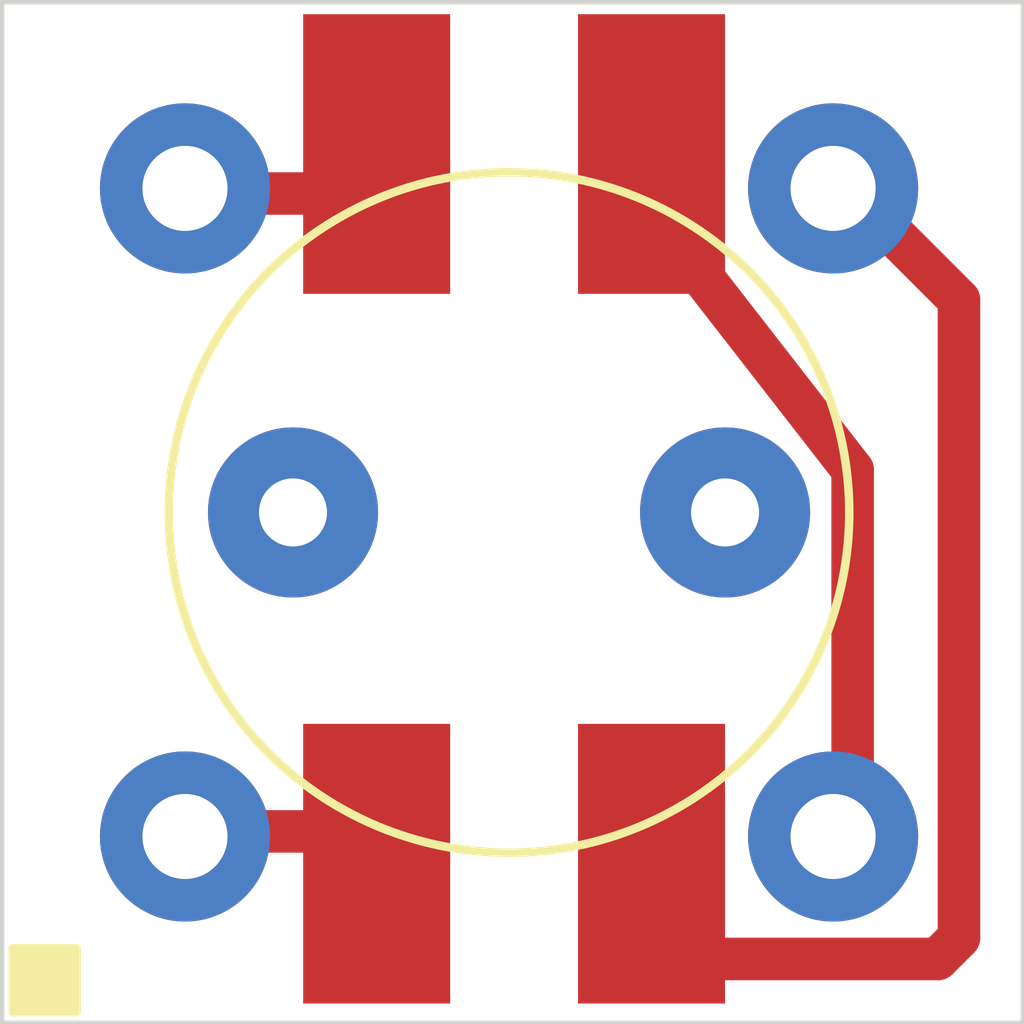
<source format=kicad_pcb>
(kicad_pcb (version 20241229) (generator "pcbnew") (generator_version "9.0")
  (layers (0 "F.Cu" signal) (2 "B.Cu" signal) (13 "F.Paste" user) (15 "B.Paste" user) (5 "F.SilkS" user "F.Silkscreen") (7 "B.SilkS" user "B.Silkscreen") (1 "F.Mask" user) (3 "B.Mask" user) (25 "Edge.Cuts" user))
  (net 0 "")
  (net 2 "unconnected-(T1-AA-Pad1)")
  (footprint "ZXSpectrum:Choke" (layer "F.Cu") (at 119.46 56.5)
    (property "Reference" "T1" (hide yes))
    (property "Value" "Coil" (hide yes))
    (fp_circle (center 0 0) (end 4 0) (stroke (width 0.1)) (fill no) (layer "F.SilkS"))
    (pad "1" thru_hole circle (at -3.81 3.81) (size 2 2) (drill 1) (layers "*.Cu" "*.Mask") (net 2 "unconnected-(T1-AA-Pad1)"))
    (pad "2" thru_hole circle (at -3.81 -3.81) (size 2 2) (drill 1) (layers "*.Cu" "*.Mask"))
    (pad "3" thru_hole circle (at 3.81 3.81) (size 2 2) (drill 1) (layers "*.Cu" "*.Mask"))
    (pad "4" thru_hole circle (at 3.81 -3.81) (size 2 2) (drill 1) (layers "*.Cu" "*.Mask"))
    (pad "7" thru_hole circle (at -2.54 0) (size 2 2) (drill 0.8) (layers "*.Cu" "B.Mask"))
    (pad "8" thru_hole circle (at 2.54 0) (size 2 2) (drill 0.8) (layers "*.Cu" "B.Mask"))
  )
  (footprint "coil:MSD1278-103MLD_COC" (layer "F.Cu") (at 121.25 60.75 180)
    (property "Reference" "REF**" (hide yes))
    (property "Value" "MSD1278-103MLD_COC" (hide yes))
    (fp_line (start 7.75 10.25) (end -4.25 10.25) (stroke (width 0.05)) (layer "Edge.Cuts"))
    (fp_line (start 7.75 -1.75) (end 7.75 10.25) (stroke (width 0.05)) (layer "Edge.Cuts"))
    (fp_line (start 1.75 -1.75) (end 7.75 -1.75) (stroke (width 0.05)) (layer "Edge.Cuts"))
    (fp_line (start -4.25 10.25) (end -4.25 -1.75) (stroke (width 0.05)) (layer "Edge.Cuts"))
    (fp_line (start -4.25 -1.75) (end 1.75 -1.75) (stroke (width 0.05)) (layer "Edge.Cuts"))
    (pad "1" smd rect (at 0.114879 0.120067 180) (size 1.72834 3.288134) (layers "F.Cu" "F.Mask" "F.Paste"))
    (pad "2" smd rect (at 3.346385 0.120067 180) (size 1.72834 3.288134) (layers "F.Cu" "F.Mask" "F.Paste"))
    (pad "3" smd rect (at 0.114879 8.463968 180) (size 1.72834 3.288134) (layers "F.Cu" "F.Mask" "F.Paste"))
    (pad "4" smd rect (at 3.346385 8.463968 180) (size 1.72834 3.288134) (layers "F.Cu" "F.Mask" "F.Paste"))
  )
  (gr_line (start 116.5 60.25) (end 117.25 60.25) (stroke (width 0.5)) (layer "F.Cu") (net 2))
  (gr_line (start 124.75 54) (end 124 53.25) (stroke (width 0.5)) (layer "F.Cu") (net 1))
  (gr_line (start 123.5 56) (end 123.5 59.5) (stroke (width 0.5)) (layer "F.Cu") (net 3))
  (gr_line (start 116.5 52.75) (end 117.25 52.75) (stroke (width 0.5)) (layer "F.Cu") (net 2))
  (gr_line (start 124.75 61.5) (end 124.5 61.75) (stroke (width 0.5)) (layer "F.Cu") (net 1))
  (gr_line (start 124.5 61.75) (end 121.75 61.75) (stroke (width 0.5)) (layer "F.Cu") (net 1))
  (gr_line (start 123.5 56) (end 121.75 53.75) (stroke (width 0.5)) (layer "F.Cu") (net 3))
  (gr_line (start 124.75 54) (end 124.75 61.5) (stroke (width 0.5)) (layer "F.Cu") (net 1))
  (gr_rect (start 113.625 61.625) (end 114.375 62.375) (stroke (width 0.1)) (fill yes) (layer "F.SilkS"))
  (gr_line (start 125.5 50.5) (end 113.5 50.5) (stroke (width 0.05)) (layer "Edge.Cuts"))
  (gr_line (start 113.5 62.5) (end 125.5 62.5) (stroke (width 0.05)) (layer "Edge.Cuts"))
  (gr_line (start 113.5 50.5) (end 113.5 62.5) (stroke (width 0.05)) (layer "Edge.Cuts"))
  (gr_line (start 125.5 62.5) (end 125.5 50.5) (stroke (width 0.05)) (layer "Edge.Cuts"))
  (segment (start 115.998804 52.341196) (end 115.65 52.69) (width 0.2) (layer "F.Cu") (net 2))
)
</source>
